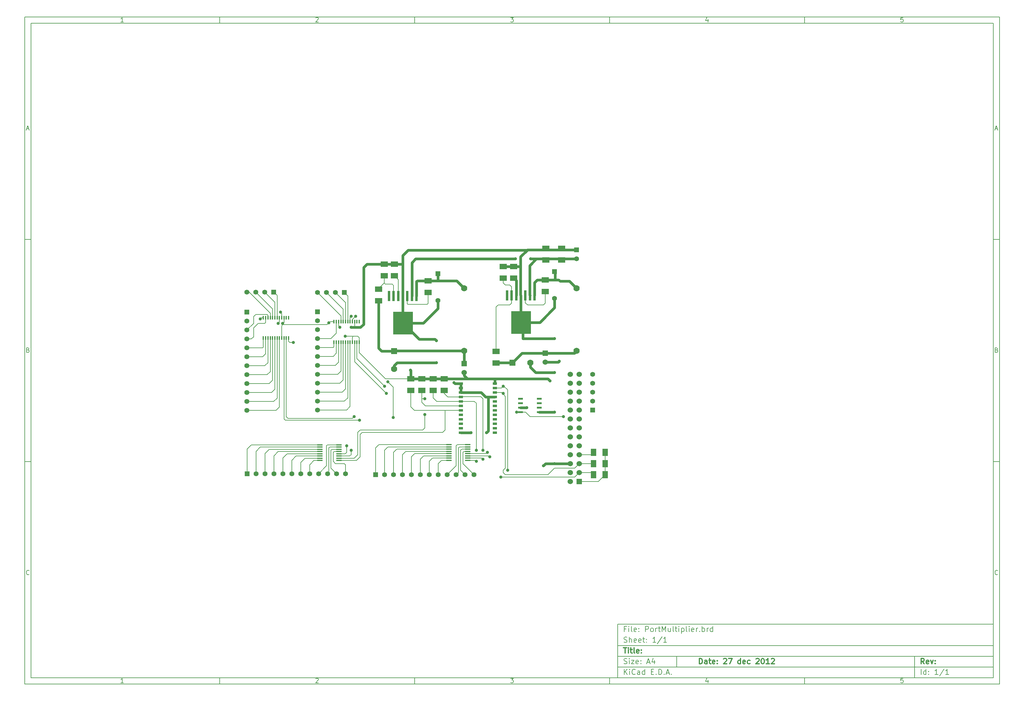
<source format=gtl>
G04 (created by PCBNEW-RS274X (2012-apr-16-27)-stable) date Thu 27 Dec 2012 11:36:06 GMT*
G01*
G70*
G90*
%MOIN*%
G04 Gerber Fmt 3.4, Leading zero omitted, Abs format*
%FSLAX34Y34*%
G04 APERTURE LIST*
%ADD10C,0.006000*%
%ADD11C,0.012000*%
%ADD12R,0.029500X0.118100*%
%ADD13R,0.220500X0.252000*%
%ADD14R,0.055100X0.023600*%
%ADD15R,0.050000X0.030000*%
%ADD16R,0.080000X0.060000*%
%ADD17R,0.060000X0.080000*%
%ADD18R,0.055000X0.055000*%
%ADD19C,0.055000*%
%ADD20C,0.070000*%
%ADD21R,0.060000X0.060000*%
%ADD22C,0.060000*%
%ADD23R,0.012000X0.039000*%
%ADD24R,0.059000X0.017700*%
%ADD25R,0.070000X0.070000*%
%ADD26C,0.035000*%
%ADD27C,0.029500*%
%ADD28C,0.008000*%
G04 APERTURE END LIST*
G54D10*
X04000Y-04000D02*
X113000Y-04000D01*
X113000Y-78670D01*
X04000Y-78670D01*
X04000Y-04000D01*
X04700Y-04700D02*
X112300Y-04700D01*
X112300Y-77970D01*
X04700Y-77970D01*
X04700Y-04700D01*
X25800Y-04000D02*
X25800Y-04700D01*
X15043Y-04552D02*
X14757Y-04552D01*
X14900Y-04552D02*
X14900Y-04052D01*
X14852Y-04124D01*
X14805Y-04171D01*
X14757Y-04195D01*
X25800Y-78670D02*
X25800Y-77970D01*
X15043Y-78522D02*
X14757Y-78522D01*
X14900Y-78522D02*
X14900Y-78022D01*
X14852Y-78094D01*
X14805Y-78141D01*
X14757Y-78165D01*
X47600Y-04000D02*
X47600Y-04700D01*
X36557Y-04100D02*
X36581Y-04076D01*
X36629Y-04052D01*
X36748Y-04052D01*
X36795Y-04076D01*
X36819Y-04100D01*
X36843Y-04148D01*
X36843Y-04195D01*
X36819Y-04267D01*
X36533Y-04552D01*
X36843Y-04552D01*
X47600Y-78670D02*
X47600Y-77970D01*
X36557Y-78070D02*
X36581Y-78046D01*
X36629Y-78022D01*
X36748Y-78022D01*
X36795Y-78046D01*
X36819Y-78070D01*
X36843Y-78118D01*
X36843Y-78165D01*
X36819Y-78237D01*
X36533Y-78522D01*
X36843Y-78522D01*
X69400Y-04000D02*
X69400Y-04700D01*
X58333Y-04052D02*
X58643Y-04052D01*
X58476Y-04243D01*
X58548Y-04243D01*
X58595Y-04267D01*
X58619Y-04290D01*
X58643Y-04338D01*
X58643Y-04457D01*
X58619Y-04505D01*
X58595Y-04529D01*
X58548Y-04552D01*
X58405Y-04552D01*
X58357Y-04529D01*
X58333Y-04505D01*
X69400Y-78670D02*
X69400Y-77970D01*
X58333Y-78022D02*
X58643Y-78022D01*
X58476Y-78213D01*
X58548Y-78213D01*
X58595Y-78237D01*
X58619Y-78260D01*
X58643Y-78308D01*
X58643Y-78427D01*
X58619Y-78475D01*
X58595Y-78499D01*
X58548Y-78522D01*
X58405Y-78522D01*
X58357Y-78499D01*
X58333Y-78475D01*
X91200Y-04000D02*
X91200Y-04700D01*
X80395Y-04219D02*
X80395Y-04552D01*
X80276Y-04029D02*
X80157Y-04386D01*
X80467Y-04386D01*
X91200Y-78670D02*
X91200Y-77970D01*
X80395Y-78189D02*
X80395Y-78522D01*
X80276Y-77999D02*
X80157Y-78356D01*
X80467Y-78356D01*
X102219Y-04052D02*
X101981Y-04052D01*
X101957Y-04290D01*
X101981Y-04267D01*
X102029Y-04243D01*
X102148Y-04243D01*
X102195Y-04267D01*
X102219Y-04290D01*
X102243Y-04338D01*
X102243Y-04457D01*
X102219Y-04505D01*
X102195Y-04529D01*
X102148Y-04552D01*
X102029Y-04552D01*
X101981Y-04529D01*
X101957Y-04505D01*
X102219Y-78022D02*
X101981Y-78022D01*
X101957Y-78260D01*
X101981Y-78237D01*
X102029Y-78213D01*
X102148Y-78213D01*
X102195Y-78237D01*
X102219Y-78260D01*
X102243Y-78308D01*
X102243Y-78427D01*
X102219Y-78475D01*
X102195Y-78499D01*
X102148Y-78522D01*
X102029Y-78522D01*
X101981Y-78499D01*
X101957Y-78475D01*
X04000Y-28890D02*
X04700Y-28890D01*
X04231Y-16510D02*
X04469Y-16510D01*
X04184Y-16652D02*
X04350Y-16152D01*
X04517Y-16652D01*
X113000Y-28890D02*
X112300Y-28890D01*
X112531Y-16510D02*
X112769Y-16510D01*
X112484Y-16652D02*
X112650Y-16152D01*
X112817Y-16652D01*
X04000Y-53780D02*
X04700Y-53780D01*
X04386Y-41280D02*
X04457Y-41304D01*
X04481Y-41328D01*
X04505Y-41376D01*
X04505Y-41447D01*
X04481Y-41495D01*
X04457Y-41519D01*
X04410Y-41542D01*
X04219Y-41542D01*
X04219Y-41042D01*
X04386Y-41042D01*
X04433Y-41066D01*
X04457Y-41090D01*
X04481Y-41138D01*
X04481Y-41185D01*
X04457Y-41233D01*
X04433Y-41257D01*
X04386Y-41280D01*
X04219Y-41280D01*
X113000Y-53780D02*
X112300Y-53780D01*
X112686Y-41280D02*
X112757Y-41304D01*
X112781Y-41328D01*
X112805Y-41376D01*
X112805Y-41447D01*
X112781Y-41495D01*
X112757Y-41519D01*
X112710Y-41542D01*
X112519Y-41542D01*
X112519Y-41042D01*
X112686Y-41042D01*
X112733Y-41066D01*
X112757Y-41090D01*
X112781Y-41138D01*
X112781Y-41185D01*
X112757Y-41233D01*
X112733Y-41257D01*
X112686Y-41280D01*
X112519Y-41280D01*
X04505Y-66385D02*
X04481Y-66409D01*
X04410Y-66432D01*
X04362Y-66432D01*
X04290Y-66409D01*
X04243Y-66361D01*
X04219Y-66313D01*
X04195Y-66218D01*
X04195Y-66147D01*
X04219Y-66051D01*
X04243Y-66004D01*
X04290Y-65956D01*
X04362Y-65932D01*
X04410Y-65932D01*
X04481Y-65956D01*
X04505Y-65980D01*
X112805Y-66385D02*
X112781Y-66409D01*
X112710Y-66432D01*
X112662Y-66432D01*
X112590Y-66409D01*
X112543Y-66361D01*
X112519Y-66313D01*
X112495Y-66218D01*
X112495Y-66147D01*
X112519Y-66051D01*
X112543Y-66004D01*
X112590Y-65956D01*
X112662Y-65932D01*
X112710Y-65932D01*
X112781Y-65956D01*
X112805Y-65980D01*
G54D11*
X79443Y-76413D02*
X79443Y-75813D01*
X79586Y-75813D01*
X79671Y-75841D01*
X79729Y-75899D01*
X79757Y-75956D01*
X79786Y-76070D01*
X79786Y-76156D01*
X79757Y-76270D01*
X79729Y-76327D01*
X79671Y-76384D01*
X79586Y-76413D01*
X79443Y-76413D01*
X80300Y-76413D02*
X80300Y-76099D01*
X80271Y-76041D01*
X80214Y-76013D01*
X80100Y-76013D01*
X80043Y-76041D01*
X80300Y-76384D02*
X80243Y-76413D01*
X80100Y-76413D01*
X80043Y-76384D01*
X80014Y-76327D01*
X80014Y-76270D01*
X80043Y-76213D01*
X80100Y-76184D01*
X80243Y-76184D01*
X80300Y-76156D01*
X80500Y-76013D02*
X80729Y-76013D01*
X80586Y-75813D02*
X80586Y-76327D01*
X80614Y-76384D01*
X80672Y-76413D01*
X80729Y-76413D01*
X81157Y-76384D02*
X81100Y-76413D01*
X80986Y-76413D01*
X80929Y-76384D01*
X80900Y-76327D01*
X80900Y-76099D01*
X80929Y-76041D01*
X80986Y-76013D01*
X81100Y-76013D01*
X81157Y-76041D01*
X81186Y-76099D01*
X81186Y-76156D01*
X80900Y-76213D01*
X81443Y-76356D02*
X81471Y-76384D01*
X81443Y-76413D01*
X81414Y-76384D01*
X81443Y-76356D01*
X81443Y-76413D01*
X81443Y-76041D02*
X81471Y-76070D01*
X81443Y-76099D01*
X81414Y-76070D01*
X81443Y-76041D01*
X81443Y-76099D01*
X82157Y-75870D02*
X82186Y-75841D01*
X82243Y-75813D01*
X82386Y-75813D01*
X82443Y-75841D01*
X82472Y-75870D01*
X82500Y-75927D01*
X82500Y-75984D01*
X82472Y-76070D01*
X82129Y-76413D01*
X82500Y-76413D01*
X82700Y-75813D02*
X83100Y-75813D01*
X82843Y-76413D01*
X84042Y-76413D02*
X84042Y-75813D01*
X84042Y-76384D02*
X83985Y-76413D01*
X83871Y-76413D01*
X83813Y-76384D01*
X83785Y-76356D01*
X83756Y-76299D01*
X83756Y-76127D01*
X83785Y-76070D01*
X83813Y-76041D01*
X83871Y-76013D01*
X83985Y-76013D01*
X84042Y-76041D01*
X84556Y-76384D02*
X84499Y-76413D01*
X84385Y-76413D01*
X84328Y-76384D01*
X84299Y-76327D01*
X84299Y-76099D01*
X84328Y-76041D01*
X84385Y-76013D01*
X84499Y-76013D01*
X84556Y-76041D01*
X84585Y-76099D01*
X84585Y-76156D01*
X84299Y-76213D01*
X85099Y-76384D02*
X85042Y-76413D01*
X84928Y-76413D01*
X84870Y-76384D01*
X84842Y-76356D01*
X84813Y-76299D01*
X84813Y-76127D01*
X84842Y-76070D01*
X84870Y-76041D01*
X84928Y-76013D01*
X85042Y-76013D01*
X85099Y-76041D01*
X85784Y-75870D02*
X85813Y-75841D01*
X85870Y-75813D01*
X86013Y-75813D01*
X86070Y-75841D01*
X86099Y-75870D01*
X86127Y-75927D01*
X86127Y-75984D01*
X86099Y-76070D01*
X85756Y-76413D01*
X86127Y-76413D01*
X86498Y-75813D02*
X86555Y-75813D01*
X86612Y-75841D01*
X86641Y-75870D01*
X86670Y-75927D01*
X86698Y-76041D01*
X86698Y-76184D01*
X86670Y-76299D01*
X86641Y-76356D01*
X86612Y-76384D01*
X86555Y-76413D01*
X86498Y-76413D01*
X86441Y-76384D01*
X86412Y-76356D01*
X86384Y-76299D01*
X86355Y-76184D01*
X86355Y-76041D01*
X86384Y-75927D01*
X86412Y-75870D01*
X86441Y-75841D01*
X86498Y-75813D01*
X87269Y-76413D02*
X86926Y-76413D01*
X87098Y-76413D02*
X87098Y-75813D01*
X87041Y-75899D01*
X86983Y-75956D01*
X86926Y-75984D01*
X87497Y-75870D02*
X87526Y-75841D01*
X87583Y-75813D01*
X87726Y-75813D01*
X87783Y-75841D01*
X87812Y-75870D01*
X87840Y-75927D01*
X87840Y-75984D01*
X87812Y-76070D01*
X87469Y-76413D01*
X87840Y-76413D01*
G54D10*
X71043Y-77613D02*
X71043Y-77013D01*
X71386Y-77613D02*
X71129Y-77270D01*
X71386Y-77013D02*
X71043Y-77356D01*
X71643Y-77613D02*
X71643Y-77213D01*
X71643Y-77013D02*
X71614Y-77041D01*
X71643Y-77070D01*
X71671Y-77041D01*
X71643Y-77013D01*
X71643Y-77070D01*
X72272Y-77556D02*
X72243Y-77584D01*
X72157Y-77613D01*
X72100Y-77613D01*
X72015Y-77584D01*
X71957Y-77527D01*
X71929Y-77470D01*
X71900Y-77356D01*
X71900Y-77270D01*
X71929Y-77156D01*
X71957Y-77099D01*
X72015Y-77041D01*
X72100Y-77013D01*
X72157Y-77013D01*
X72243Y-77041D01*
X72272Y-77070D01*
X72786Y-77613D02*
X72786Y-77299D01*
X72757Y-77241D01*
X72700Y-77213D01*
X72586Y-77213D01*
X72529Y-77241D01*
X72786Y-77584D02*
X72729Y-77613D01*
X72586Y-77613D01*
X72529Y-77584D01*
X72500Y-77527D01*
X72500Y-77470D01*
X72529Y-77413D01*
X72586Y-77384D01*
X72729Y-77384D01*
X72786Y-77356D01*
X73329Y-77613D02*
X73329Y-77013D01*
X73329Y-77584D02*
X73272Y-77613D01*
X73158Y-77613D01*
X73100Y-77584D01*
X73072Y-77556D01*
X73043Y-77499D01*
X73043Y-77327D01*
X73072Y-77270D01*
X73100Y-77241D01*
X73158Y-77213D01*
X73272Y-77213D01*
X73329Y-77241D01*
X74072Y-77299D02*
X74272Y-77299D01*
X74358Y-77613D02*
X74072Y-77613D01*
X74072Y-77013D01*
X74358Y-77013D01*
X74615Y-77556D02*
X74643Y-77584D01*
X74615Y-77613D01*
X74586Y-77584D01*
X74615Y-77556D01*
X74615Y-77613D01*
X74901Y-77613D02*
X74901Y-77013D01*
X75044Y-77013D01*
X75129Y-77041D01*
X75187Y-77099D01*
X75215Y-77156D01*
X75244Y-77270D01*
X75244Y-77356D01*
X75215Y-77470D01*
X75187Y-77527D01*
X75129Y-77584D01*
X75044Y-77613D01*
X74901Y-77613D01*
X75501Y-77556D02*
X75529Y-77584D01*
X75501Y-77613D01*
X75472Y-77584D01*
X75501Y-77556D01*
X75501Y-77613D01*
X75758Y-77441D02*
X76044Y-77441D01*
X75701Y-77613D02*
X75901Y-77013D01*
X76101Y-77613D01*
X76301Y-77556D02*
X76329Y-77584D01*
X76301Y-77613D01*
X76272Y-77584D01*
X76301Y-77556D01*
X76301Y-77613D01*
G54D11*
X104586Y-76413D02*
X104386Y-76127D01*
X104243Y-76413D02*
X104243Y-75813D01*
X104471Y-75813D01*
X104529Y-75841D01*
X104557Y-75870D01*
X104586Y-75927D01*
X104586Y-76013D01*
X104557Y-76070D01*
X104529Y-76099D01*
X104471Y-76127D01*
X104243Y-76127D01*
X105071Y-76384D02*
X105014Y-76413D01*
X104900Y-76413D01*
X104843Y-76384D01*
X104814Y-76327D01*
X104814Y-76099D01*
X104843Y-76041D01*
X104900Y-76013D01*
X105014Y-76013D01*
X105071Y-76041D01*
X105100Y-76099D01*
X105100Y-76156D01*
X104814Y-76213D01*
X105300Y-76013D02*
X105443Y-76413D01*
X105585Y-76013D01*
X105814Y-76356D02*
X105842Y-76384D01*
X105814Y-76413D01*
X105785Y-76384D01*
X105814Y-76356D01*
X105814Y-76413D01*
X105814Y-76041D02*
X105842Y-76070D01*
X105814Y-76099D01*
X105785Y-76070D01*
X105814Y-76041D01*
X105814Y-76099D01*
G54D10*
X71014Y-76384D02*
X71100Y-76413D01*
X71243Y-76413D01*
X71300Y-76384D01*
X71329Y-76356D01*
X71357Y-76299D01*
X71357Y-76241D01*
X71329Y-76184D01*
X71300Y-76156D01*
X71243Y-76127D01*
X71129Y-76099D01*
X71071Y-76070D01*
X71043Y-76041D01*
X71014Y-75984D01*
X71014Y-75927D01*
X71043Y-75870D01*
X71071Y-75841D01*
X71129Y-75813D01*
X71271Y-75813D01*
X71357Y-75841D01*
X71614Y-76413D02*
X71614Y-76013D01*
X71614Y-75813D02*
X71585Y-75841D01*
X71614Y-75870D01*
X71642Y-75841D01*
X71614Y-75813D01*
X71614Y-75870D01*
X71843Y-76013D02*
X72157Y-76013D01*
X71843Y-76413D01*
X72157Y-76413D01*
X72614Y-76384D02*
X72557Y-76413D01*
X72443Y-76413D01*
X72386Y-76384D01*
X72357Y-76327D01*
X72357Y-76099D01*
X72386Y-76041D01*
X72443Y-76013D01*
X72557Y-76013D01*
X72614Y-76041D01*
X72643Y-76099D01*
X72643Y-76156D01*
X72357Y-76213D01*
X72900Y-76356D02*
X72928Y-76384D01*
X72900Y-76413D01*
X72871Y-76384D01*
X72900Y-76356D01*
X72900Y-76413D01*
X72900Y-76041D02*
X72928Y-76070D01*
X72900Y-76099D01*
X72871Y-76070D01*
X72900Y-76041D01*
X72900Y-76099D01*
X73614Y-76241D02*
X73900Y-76241D01*
X73557Y-76413D02*
X73757Y-75813D01*
X73957Y-76413D01*
X74414Y-76013D02*
X74414Y-76413D01*
X74271Y-75784D02*
X74128Y-76213D01*
X74500Y-76213D01*
X104243Y-77613D02*
X104243Y-77013D01*
X104786Y-77613D02*
X104786Y-77013D01*
X104786Y-77584D02*
X104729Y-77613D01*
X104615Y-77613D01*
X104557Y-77584D01*
X104529Y-77556D01*
X104500Y-77499D01*
X104500Y-77327D01*
X104529Y-77270D01*
X104557Y-77241D01*
X104615Y-77213D01*
X104729Y-77213D01*
X104786Y-77241D01*
X105072Y-77556D02*
X105100Y-77584D01*
X105072Y-77613D01*
X105043Y-77584D01*
X105072Y-77556D01*
X105072Y-77613D01*
X105072Y-77241D02*
X105100Y-77270D01*
X105072Y-77299D01*
X105043Y-77270D01*
X105072Y-77241D01*
X105072Y-77299D01*
X106129Y-77613D02*
X105786Y-77613D01*
X105958Y-77613D02*
X105958Y-77013D01*
X105901Y-77099D01*
X105843Y-77156D01*
X105786Y-77184D01*
X106814Y-76984D02*
X106300Y-77756D01*
X107329Y-77613D02*
X106986Y-77613D01*
X107158Y-77613D02*
X107158Y-77013D01*
X107101Y-77099D01*
X107043Y-77156D01*
X106986Y-77184D01*
G54D11*
X70957Y-74613D02*
X71300Y-74613D01*
X71129Y-75213D02*
X71129Y-74613D01*
X71500Y-75213D02*
X71500Y-74813D01*
X71500Y-74613D02*
X71471Y-74641D01*
X71500Y-74670D01*
X71528Y-74641D01*
X71500Y-74613D01*
X71500Y-74670D01*
X71700Y-74813D02*
X71929Y-74813D01*
X71786Y-74613D02*
X71786Y-75127D01*
X71814Y-75184D01*
X71872Y-75213D01*
X71929Y-75213D01*
X72215Y-75213D02*
X72157Y-75184D01*
X72129Y-75127D01*
X72129Y-74613D01*
X72671Y-75184D02*
X72614Y-75213D01*
X72500Y-75213D01*
X72443Y-75184D01*
X72414Y-75127D01*
X72414Y-74899D01*
X72443Y-74841D01*
X72500Y-74813D01*
X72614Y-74813D01*
X72671Y-74841D01*
X72700Y-74899D01*
X72700Y-74956D01*
X72414Y-75013D01*
X72957Y-75156D02*
X72985Y-75184D01*
X72957Y-75213D01*
X72928Y-75184D01*
X72957Y-75156D01*
X72957Y-75213D01*
X72957Y-74841D02*
X72985Y-74870D01*
X72957Y-74899D01*
X72928Y-74870D01*
X72957Y-74841D01*
X72957Y-74899D01*
G54D10*
X71243Y-72499D02*
X71043Y-72499D01*
X71043Y-72813D02*
X71043Y-72213D01*
X71329Y-72213D01*
X71557Y-72813D02*
X71557Y-72413D01*
X71557Y-72213D02*
X71528Y-72241D01*
X71557Y-72270D01*
X71585Y-72241D01*
X71557Y-72213D01*
X71557Y-72270D01*
X71929Y-72813D02*
X71871Y-72784D01*
X71843Y-72727D01*
X71843Y-72213D01*
X72385Y-72784D02*
X72328Y-72813D01*
X72214Y-72813D01*
X72157Y-72784D01*
X72128Y-72727D01*
X72128Y-72499D01*
X72157Y-72441D01*
X72214Y-72413D01*
X72328Y-72413D01*
X72385Y-72441D01*
X72414Y-72499D01*
X72414Y-72556D01*
X72128Y-72613D01*
X72671Y-72756D02*
X72699Y-72784D01*
X72671Y-72813D01*
X72642Y-72784D01*
X72671Y-72756D01*
X72671Y-72813D01*
X72671Y-72441D02*
X72699Y-72470D01*
X72671Y-72499D01*
X72642Y-72470D01*
X72671Y-72441D01*
X72671Y-72499D01*
X73414Y-72813D02*
X73414Y-72213D01*
X73642Y-72213D01*
X73700Y-72241D01*
X73728Y-72270D01*
X73757Y-72327D01*
X73757Y-72413D01*
X73728Y-72470D01*
X73700Y-72499D01*
X73642Y-72527D01*
X73414Y-72527D01*
X74100Y-72813D02*
X74042Y-72784D01*
X74014Y-72756D01*
X73985Y-72699D01*
X73985Y-72527D01*
X74014Y-72470D01*
X74042Y-72441D01*
X74100Y-72413D01*
X74185Y-72413D01*
X74242Y-72441D01*
X74271Y-72470D01*
X74300Y-72527D01*
X74300Y-72699D01*
X74271Y-72756D01*
X74242Y-72784D01*
X74185Y-72813D01*
X74100Y-72813D01*
X74557Y-72813D02*
X74557Y-72413D01*
X74557Y-72527D02*
X74585Y-72470D01*
X74614Y-72441D01*
X74671Y-72413D01*
X74728Y-72413D01*
X74842Y-72413D02*
X75071Y-72413D01*
X74928Y-72213D02*
X74928Y-72727D01*
X74956Y-72784D01*
X75014Y-72813D01*
X75071Y-72813D01*
X75271Y-72813D02*
X75271Y-72213D01*
X75471Y-72641D01*
X75671Y-72213D01*
X75671Y-72813D01*
X76214Y-72413D02*
X76214Y-72813D01*
X75957Y-72413D02*
X75957Y-72727D01*
X75985Y-72784D01*
X76043Y-72813D01*
X76128Y-72813D01*
X76185Y-72784D01*
X76214Y-72756D01*
X76586Y-72813D02*
X76528Y-72784D01*
X76500Y-72727D01*
X76500Y-72213D01*
X76728Y-72413D02*
X76957Y-72413D01*
X76814Y-72213D02*
X76814Y-72727D01*
X76842Y-72784D01*
X76900Y-72813D01*
X76957Y-72813D01*
X77157Y-72813D02*
X77157Y-72413D01*
X77157Y-72213D02*
X77128Y-72241D01*
X77157Y-72270D01*
X77185Y-72241D01*
X77157Y-72213D01*
X77157Y-72270D01*
X77443Y-72413D02*
X77443Y-73013D01*
X77443Y-72441D02*
X77500Y-72413D01*
X77614Y-72413D01*
X77671Y-72441D01*
X77700Y-72470D01*
X77729Y-72527D01*
X77729Y-72699D01*
X77700Y-72756D01*
X77671Y-72784D01*
X77614Y-72813D01*
X77500Y-72813D01*
X77443Y-72784D01*
X78072Y-72813D02*
X78014Y-72784D01*
X77986Y-72727D01*
X77986Y-72213D01*
X78300Y-72813D02*
X78300Y-72413D01*
X78300Y-72213D02*
X78271Y-72241D01*
X78300Y-72270D01*
X78328Y-72241D01*
X78300Y-72213D01*
X78300Y-72270D01*
X78814Y-72784D02*
X78757Y-72813D01*
X78643Y-72813D01*
X78586Y-72784D01*
X78557Y-72727D01*
X78557Y-72499D01*
X78586Y-72441D01*
X78643Y-72413D01*
X78757Y-72413D01*
X78814Y-72441D01*
X78843Y-72499D01*
X78843Y-72556D01*
X78557Y-72613D01*
X79100Y-72813D02*
X79100Y-72413D01*
X79100Y-72527D02*
X79128Y-72470D01*
X79157Y-72441D01*
X79214Y-72413D01*
X79271Y-72413D01*
X79471Y-72756D02*
X79499Y-72784D01*
X79471Y-72813D01*
X79442Y-72784D01*
X79471Y-72756D01*
X79471Y-72813D01*
X79757Y-72813D02*
X79757Y-72213D01*
X79757Y-72441D02*
X79814Y-72413D01*
X79928Y-72413D01*
X79985Y-72441D01*
X80014Y-72470D01*
X80043Y-72527D01*
X80043Y-72699D01*
X80014Y-72756D01*
X79985Y-72784D01*
X79928Y-72813D01*
X79814Y-72813D01*
X79757Y-72784D01*
X80300Y-72813D02*
X80300Y-72413D01*
X80300Y-72527D02*
X80328Y-72470D01*
X80357Y-72441D01*
X80414Y-72413D01*
X80471Y-72413D01*
X80928Y-72813D02*
X80928Y-72213D01*
X80928Y-72784D02*
X80871Y-72813D01*
X80757Y-72813D01*
X80699Y-72784D01*
X80671Y-72756D01*
X80642Y-72699D01*
X80642Y-72527D01*
X80671Y-72470D01*
X80699Y-72441D01*
X80757Y-72413D01*
X80871Y-72413D01*
X80928Y-72441D01*
X71014Y-73984D02*
X71100Y-74013D01*
X71243Y-74013D01*
X71300Y-73984D01*
X71329Y-73956D01*
X71357Y-73899D01*
X71357Y-73841D01*
X71329Y-73784D01*
X71300Y-73756D01*
X71243Y-73727D01*
X71129Y-73699D01*
X71071Y-73670D01*
X71043Y-73641D01*
X71014Y-73584D01*
X71014Y-73527D01*
X71043Y-73470D01*
X71071Y-73441D01*
X71129Y-73413D01*
X71271Y-73413D01*
X71357Y-73441D01*
X71614Y-74013D02*
X71614Y-73413D01*
X71871Y-74013D02*
X71871Y-73699D01*
X71842Y-73641D01*
X71785Y-73613D01*
X71700Y-73613D01*
X71642Y-73641D01*
X71614Y-73670D01*
X72385Y-73984D02*
X72328Y-74013D01*
X72214Y-74013D01*
X72157Y-73984D01*
X72128Y-73927D01*
X72128Y-73699D01*
X72157Y-73641D01*
X72214Y-73613D01*
X72328Y-73613D01*
X72385Y-73641D01*
X72414Y-73699D01*
X72414Y-73756D01*
X72128Y-73813D01*
X72899Y-73984D02*
X72842Y-74013D01*
X72728Y-74013D01*
X72671Y-73984D01*
X72642Y-73927D01*
X72642Y-73699D01*
X72671Y-73641D01*
X72728Y-73613D01*
X72842Y-73613D01*
X72899Y-73641D01*
X72928Y-73699D01*
X72928Y-73756D01*
X72642Y-73813D01*
X73099Y-73613D02*
X73328Y-73613D01*
X73185Y-73413D02*
X73185Y-73927D01*
X73213Y-73984D01*
X73271Y-74013D01*
X73328Y-74013D01*
X73528Y-73956D02*
X73556Y-73984D01*
X73528Y-74013D01*
X73499Y-73984D01*
X73528Y-73956D01*
X73528Y-74013D01*
X73528Y-73641D02*
X73556Y-73670D01*
X73528Y-73699D01*
X73499Y-73670D01*
X73528Y-73641D01*
X73528Y-73699D01*
X74585Y-74013D02*
X74242Y-74013D01*
X74414Y-74013D02*
X74414Y-73413D01*
X74357Y-73499D01*
X74299Y-73556D01*
X74242Y-73584D01*
X75270Y-73384D02*
X74756Y-74156D01*
X75785Y-74013D02*
X75442Y-74013D01*
X75614Y-74013D02*
X75614Y-73413D01*
X75557Y-73499D01*
X75499Y-73556D01*
X75442Y-73584D01*
X70300Y-71970D02*
X70300Y-77970D01*
X70300Y-71970D02*
X112300Y-71970D01*
X70300Y-71970D02*
X112300Y-71970D01*
X70300Y-74370D02*
X112300Y-74370D01*
X103500Y-75570D02*
X103500Y-77970D01*
X70300Y-76770D02*
X112300Y-76770D01*
X70300Y-75570D02*
X112300Y-75570D01*
X76900Y-75570D02*
X76900Y-76770D01*
G54D12*
X57943Y-35169D03*
X58967Y-35169D03*
X58455Y-35169D03*
X59990Y-35169D03*
X59478Y-35169D03*
X60502Y-35169D03*
X61014Y-35169D03*
G54D13*
X59518Y-38201D03*
G54D12*
X44743Y-35244D03*
X45767Y-35244D03*
X45255Y-35244D03*
X46790Y-35244D03*
X46278Y-35244D03*
X47302Y-35244D03*
X47814Y-35244D03*
G54D13*
X46318Y-38276D03*
G54D14*
X61550Y-46750D03*
X59450Y-46750D03*
X61550Y-47250D03*
X61550Y-47750D03*
X61550Y-48250D03*
X59450Y-47250D03*
X59450Y-47750D03*
X59450Y-48250D03*
G54D15*
X52765Y-45036D03*
X52765Y-45536D03*
X52765Y-46036D03*
X52765Y-46536D03*
X52765Y-47036D03*
X52765Y-47536D03*
X52765Y-48036D03*
X52765Y-48536D03*
X52765Y-49036D03*
X52765Y-49536D03*
X52765Y-50036D03*
X52765Y-50536D03*
X56565Y-45036D03*
X56565Y-45536D03*
X56565Y-46036D03*
X56565Y-46536D03*
X56565Y-47036D03*
X56565Y-47536D03*
X56565Y-48036D03*
X56565Y-48536D03*
X56565Y-49036D03*
X56565Y-49536D03*
X56565Y-50036D03*
X56565Y-50536D03*
G54D16*
X62275Y-31200D03*
X62275Y-29900D03*
X43575Y-35775D03*
X43575Y-34475D03*
X64050Y-31200D03*
X64050Y-29900D03*
X57525Y-33225D03*
X57525Y-31925D03*
X56725Y-42725D03*
X56725Y-41425D03*
X45350Y-31675D03*
X45350Y-32975D03*
G54D17*
X68900Y-52750D03*
X67600Y-52750D03*
G54D16*
X50923Y-44494D03*
X50923Y-45794D03*
X49673Y-44494D03*
X49673Y-45794D03*
X48423Y-45794D03*
X48423Y-44494D03*
X47173Y-45794D03*
X47173Y-44494D03*
X44200Y-32975D03*
X44200Y-31675D03*
X58675Y-31925D03*
X58675Y-33225D03*
G54D17*
X68900Y-55250D03*
X67600Y-55250D03*
G54D16*
X62225Y-34725D03*
X62225Y-33425D03*
X49100Y-34825D03*
X49100Y-33525D03*
G54D17*
X68900Y-54000D03*
X67600Y-54000D03*
G54D18*
X67500Y-48000D03*
G54D19*
X67500Y-47000D03*
X67500Y-46000D03*
X67500Y-45000D03*
X67500Y-44000D03*
G54D18*
X39750Y-34850D03*
G54D19*
X38750Y-34850D03*
X37750Y-34850D03*
X36750Y-34850D03*
G54D18*
X31850Y-34800D03*
G54D19*
X30850Y-34800D03*
X29850Y-34800D03*
X28850Y-34800D03*
G54D18*
X65725Y-30075D03*
G54D19*
X65725Y-31075D03*
G54D18*
X28850Y-37050D03*
G54D19*
X28850Y-38050D03*
X28850Y-39050D03*
X28850Y-40050D03*
X28850Y-41050D03*
X28850Y-42050D03*
X28850Y-43050D03*
X28850Y-44050D03*
X28850Y-45050D03*
X28850Y-46050D03*
X28850Y-47050D03*
X28850Y-48050D03*
G54D18*
X36750Y-37000D03*
G54D19*
X36750Y-38000D03*
X36750Y-39000D03*
X36750Y-40000D03*
X36750Y-41000D03*
X36750Y-42000D03*
X36750Y-43000D03*
X36750Y-44000D03*
X36750Y-45000D03*
X36750Y-46000D03*
X36750Y-47000D03*
X36750Y-48000D03*
G54D18*
X28875Y-55125D03*
G54D19*
X29875Y-55125D03*
X30875Y-55125D03*
X31875Y-55125D03*
X32875Y-55125D03*
X33875Y-55125D03*
X34875Y-55125D03*
X35875Y-55125D03*
X36875Y-55125D03*
X37875Y-55125D03*
X38875Y-55125D03*
X39875Y-55125D03*
G54D18*
X43250Y-55250D03*
G54D19*
X44250Y-55250D03*
X45250Y-55250D03*
X46250Y-55250D03*
X47250Y-55250D03*
X48250Y-55250D03*
X49250Y-55250D03*
X50250Y-55250D03*
X51250Y-55250D03*
X52250Y-55250D03*
X53250Y-55250D03*
X54250Y-55250D03*
G54D20*
X53150Y-34375D03*
X53150Y-41375D03*
X65725Y-34375D03*
X65725Y-41375D03*
G54D21*
X66000Y-56000D03*
G54D22*
X65000Y-56000D03*
X66000Y-55000D03*
X65000Y-55000D03*
X66000Y-54000D03*
X65000Y-54000D03*
X66000Y-53000D03*
X65000Y-53000D03*
X66000Y-52000D03*
X65000Y-52000D03*
X66000Y-51000D03*
X65000Y-51000D03*
X66000Y-50000D03*
X65000Y-50000D03*
X66000Y-49000D03*
X65000Y-49000D03*
X66000Y-48000D03*
X65000Y-48000D03*
X66000Y-47000D03*
X65000Y-47000D03*
X66000Y-46000D03*
X65000Y-46000D03*
X66000Y-45000D03*
X65000Y-45000D03*
X66000Y-44000D03*
X65000Y-44000D03*
G54D23*
X33507Y-37652D03*
X33251Y-37652D03*
X32995Y-37652D03*
X32739Y-37652D03*
X32483Y-37652D03*
X32227Y-37652D03*
X31973Y-37652D03*
X31717Y-37652D03*
X31461Y-37652D03*
X31205Y-37652D03*
X30949Y-37652D03*
X30693Y-37652D03*
X30693Y-39948D03*
X30949Y-39948D03*
X31205Y-39948D03*
X31461Y-39948D03*
X31717Y-39948D03*
X31973Y-39948D03*
X32227Y-39948D03*
X32483Y-39948D03*
X32739Y-39948D03*
X32995Y-39948D03*
X33251Y-39948D03*
X33507Y-39948D03*
X41407Y-38102D03*
X41151Y-38102D03*
X40895Y-38102D03*
X40639Y-38102D03*
X40383Y-38102D03*
X40127Y-38102D03*
X39873Y-38102D03*
X39617Y-38102D03*
X39361Y-38102D03*
X39105Y-38102D03*
X38849Y-38102D03*
X38593Y-38102D03*
X38593Y-40398D03*
X38849Y-40398D03*
X39105Y-40398D03*
X39361Y-40398D03*
X39617Y-40398D03*
X39873Y-40398D03*
X40127Y-40398D03*
X40383Y-40398D03*
X40639Y-40398D03*
X40895Y-40398D03*
X41151Y-40398D03*
X41407Y-40398D03*
G54D24*
X37016Y-51900D03*
X37016Y-52150D03*
X37016Y-52400D03*
X37016Y-52650D03*
X37016Y-52900D03*
X37016Y-53150D03*
X37016Y-53400D03*
X37016Y-53650D03*
X39134Y-53650D03*
X39134Y-53400D03*
X39134Y-53150D03*
X39134Y-52900D03*
X39134Y-52650D03*
X39134Y-52400D03*
X39134Y-52150D03*
X39134Y-51900D03*
X51441Y-51875D03*
X51441Y-52125D03*
X51441Y-52375D03*
X51441Y-52625D03*
X51441Y-52875D03*
X51441Y-53125D03*
X51441Y-53375D03*
X51441Y-53625D03*
X53559Y-53625D03*
X53559Y-53375D03*
X53559Y-53125D03*
X53559Y-52875D03*
X53559Y-52625D03*
X53559Y-52375D03*
X53559Y-52125D03*
X53559Y-51875D03*
G54D21*
X62205Y-41626D03*
G54D22*
X62205Y-42626D03*
G54D21*
X53150Y-42807D03*
G54D22*
X53150Y-43807D03*
G54D25*
X58550Y-42700D03*
G54D20*
X60550Y-42700D03*
G54D25*
X45300Y-41400D03*
G54D20*
X45300Y-43400D03*
G54D18*
X63250Y-32500D03*
G54D19*
X63250Y-35500D03*
G54D18*
X50200Y-32750D03*
G54D19*
X50200Y-35750D03*
G54D26*
X62000Y-54250D03*
X30350Y-37800D03*
X50050Y-42700D03*
X63250Y-43800D03*
X40500Y-52500D03*
X59750Y-37450D03*
X52006Y-44947D03*
X40500Y-38750D03*
X38000Y-38250D03*
X55650Y-50550D03*
X63250Y-48250D03*
X46300Y-37675D03*
X56000Y-53250D03*
X32850Y-38300D03*
X63250Y-54000D03*
X50037Y-40222D03*
X53900Y-50550D03*
X63250Y-40000D03*
X34050Y-40450D03*
X62750Y-44750D03*
X55750Y-52750D03*
X47150Y-43550D03*
X60150Y-47750D03*
X40000Y-52000D03*
X39850Y-39750D03*
X63780Y-42520D03*
X41450Y-49150D03*
X57518Y-46128D03*
X44450Y-46150D03*
X44250Y-45350D03*
X40850Y-48750D03*
X58000Y-54750D03*
X57518Y-45341D03*
X57250Y-55500D03*
X54500Y-53750D03*
X54500Y-52500D03*
X59000Y-48250D03*
X64250Y-48750D03*
X45200Y-48850D03*
X44600Y-44850D03*
X48750Y-48500D03*
X48750Y-46750D03*
X32600Y-37050D03*
X32350Y-38300D03*
X41000Y-37500D03*
X40500Y-37500D03*
X39250Y-38750D03*
X55250Y-52500D03*
X55250Y-53500D03*
X60575Y-31075D03*
X58875Y-31075D03*
G54D27*
X61599Y-38201D02*
X59518Y-38201D01*
X63250Y-36550D02*
X61599Y-38201D01*
X60550Y-43200D02*
X61150Y-43800D01*
X45650Y-42700D02*
X50050Y-42700D01*
X45300Y-43050D02*
X45650Y-42700D01*
X60550Y-42700D02*
X60550Y-43200D01*
X61150Y-43800D02*
X63250Y-43800D01*
X48117Y-40075D02*
X46318Y-38276D01*
G54D28*
X46275Y-31675D02*
X46278Y-31675D01*
G54D27*
X59518Y-37682D02*
X59518Y-38201D01*
X59750Y-37450D02*
X59518Y-37682D01*
X49175Y-40075D02*
X48117Y-40075D01*
X52765Y-46036D02*
X55036Y-46036D01*
X59478Y-38161D02*
X59518Y-38201D01*
G54D28*
X30693Y-37652D02*
X30498Y-37652D01*
X32850Y-38350D02*
X32950Y-38450D01*
X40350Y-53150D02*
X40500Y-53000D01*
G54D27*
X44200Y-31675D02*
X45350Y-31675D01*
G54D28*
X30498Y-37652D02*
X30350Y-37800D01*
G54D27*
X55036Y-46036D02*
X55536Y-46536D01*
G54D28*
X53559Y-53125D02*
X55875Y-53125D01*
G54D27*
X63250Y-54000D02*
X65000Y-54000D01*
G54D28*
X32995Y-38195D02*
X32995Y-37652D01*
G54D27*
X55850Y-46536D02*
X56565Y-46536D01*
X55536Y-46536D02*
X55850Y-46536D01*
G54D28*
X38000Y-38250D02*
X38148Y-38102D01*
G54D27*
X40895Y-38750D02*
X41550Y-38750D01*
X53886Y-50536D02*
X53900Y-50550D01*
G54D28*
X52006Y-44947D02*
X52095Y-45036D01*
G54D27*
X59453Y-31925D02*
X59453Y-31575D01*
G54D28*
X40895Y-38102D02*
X40895Y-38750D01*
G54D27*
X59453Y-35144D02*
X59478Y-35169D01*
X46278Y-31675D02*
X46278Y-30697D01*
X50200Y-35750D02*
X50200Y-36650D01*
X40895Y-38750D02*
X40500Y-38750D01*
X55650Y-50550D02*
X55850Y-50350D01*
X53886Y-50536D02*
X53900Y-50550D01*
X45350Y-31675D02*
X46278Y-31675D01*
X46278Y-35244D02*
X46278Y-31675D01*
X59453Y-31575D02*
X59453Y-30847D01*
X59725Y-38458D02*
X59493Y-38226D01*
X49890Y-40075D02*
X50037Y-40222D01*
G54D28*
X64400Y-30075D02*
X64998Y-30075D01*
G54D27*
X62250Y-54000D02*
X63250Y-54000D01*
X41900Y-38400D02*
X41900Y-32050D01*
X41900Y-32050D02*
X42275Y-31675D01*
G54D28*
X38148Y-38102D02*
X38593Y-38102D01*
X40500Y-53000D02*
X40500Y-52500D01*
G54D27*
X49175Y-40075D02*
X49890Y-40075D01*
G54D28*
X64998Y-30075D02*
X65725Y-30075D01*
G54D27*
X55850Y-50350D02*
X55850Y-46536D01*
G54D28*
X39134Y-53150D02*
X40350Y-53150D01*
G54D27*
X41550Y-38750D02*
X41900Y-38400D01*
X62000Y-54250D02*
X62250Y-54000D01*
G54D28*
X46300Y-37675D02*
X46318Y-37693D01*
G54D27*
X60225Y-30075D02*
X65725Y-30075D01*
X59478Y-35169D02*
X59478Y-38161D01*
X52765Y-45536D02*
X52765Y-46036D01*
X59453Y-31925D02*
X59453Y-35144D01*
X58675Y-31925D02*
X59453Y-31925D01*
X48574Y-38276D02*
X46318Y-38276D01*
X50200Y-36650D02*
X48574Y-38276D01*
X52765Y-50536D02*
X53886Y-50536D01*
G54D28*
X32739Y-38661D02*
X32850Y-38300D01*
G54D27*
X61550Y-48250D02*
X63250Y-48250D01*
G54D28*
X32950Y-38450D02*
X37800Y-38450D01*
G54D27*
X46278Y-38236D02*
X46318Y-38276D01*
X46278Y-35244D02*
X46278Y-38236D01*
X42275Y-31675D02*
X44200Y-31675D01*
X59725Y-40000D02*
X59725Y-38458D01*
X46875Y-30100D02*
X60200Y-30100D01*
G54D28*
X32850Y-38300D02*
X32995Y-38195D01*
X46278Y-31675D02*
X46275Y-31675D01*
G54D27*
X52095Y-45036D02*
X52765Y-45036D01*
X60200Y-30100D02*
X60225Y-30075D01*
G54D28*
X55875Y-53125D02*
X56000Y-53250D01*
X59453Y-38186D02*
X59493Y-38226D01*
X64400Y-30075D02*
X64050Y-29900D01*
X64050Y-29900D02*
X64225Y-29900D01*
G54D27*
X45300Y-43400D02*
X45300Y-43050D01*
X59453Y-30847D02*
X60200Y-30100D01*
G54D28*
X62275Y-29900D02*
X62425Y-29900D01*
G54D27*
X59725Y-40000D02*
X63250Y-40000D01*
X57525Y-31925D02*
X58675Y-31925D01*
G54D28*
X32739Y-39948D02*
X32739Y-38661D01*
G54D27*
X59453Y-31975D02*
X59453Y-31925D01*
X46278Y-30697D02*
X46875Y-30100D01*
G54D28*
X62600Y-30075D02*
X65725Y-30075D01*
X37800Y-38450D02*
X38000Y-38250D01*
G54D27*
X52765Y-45036D02*
X52765Y-45536D01*
G54D28*
X64225Y-29900D02*
X64400Y-30075D01*
X62425Y-29900D02*
X62600Y-30075D01*
X32850Y-38300D02*
X32850Y-38350D01*
X46318Y-37693D02*
X46318Y-38276D01*
X64225Y-29900D02*
X64400Y-30075D01*
G54D27*
X63250Y-35500D02*
X63250Y-36550D01*
X49673Y-44494D02*
X50923Y-44494D01*
G54D28*
X40639Y-40398D02*
X40639Y-39861D01*
X33650Y-40450D02*
X33507Y-40307D01*
X33507Y-40307D02*
X33507Y-39948D01*
G54D27*
X53522Y-44494D02*
X53528Y-44500D01*
G54D28*
X40000Y-52750D02*
X40000Y-52000D01*
X41407Y-40398D02*
X41407Y-41157D01*
G54D27*
X58750Y-44500D02*
X56565Y-44500D01*
G54D28*
X53559Y-52875D02*
X55625Y-52875D01*
X41250Y-39750D02*
X41407Y-39907D01*
X40750Y-39750D02*
X41250Y-39750D01*
X41407Y-39907D02*
X41407Y-40398D01*
X68900Y-55250D02*
X68150Y-56000D01*
X40750Y-39750D02*
X39850Y-39750D01*
X39134Y-52900D02*
X39850Y-52900D01*
G54D27*
X53150Y-43807D02*
X53150Y-44122D01*
G54D28*
X40639Y-39861D02*
X40750Y-39750D01*
X39850Y-52900D02*
X40000Y-52750D01*
G54D27*
X56565Y-45036D02*
X56565Y-44500D01*
X53150Y-44122D02*
X53522Y-44494D01*
G54D28*
X68900Y-54000D02*
X68900Y-55250D01*
G54D27*
X47173Y-43573D02*
X47173Y-44494D01*
X47150Y-43550D02*
X47173Y-43573D01*
X50923Y-44494D02*
X53522Y-44494D01*
X48423Y-44494D02*
X47173Y-44494D01*
G54D28*
X68150Y-56000D02*
X66000Y-56000D01*
X34050Y-40450D02*
X33650Y-40450D01*
X68900Y-52750D02*
X68900Y-54000D01*
X41407Y-41157D02*
X41407Y-41557D01*
G54D27*
X58750Y-44500D02*
X62500Y-44500D01*
G54D28*
X55625Y-52875D02*
X55750Y-52750D01*
G54D27*
X62500Y-44500D02*
X62750Y-44750D01*
X56565Y-44500D02*
X53528Y-44500D01*
G54D28*
X41407Y-41557D02*
X44344Y-44494D01*
X44344Y-44494D02*
X47173Y-44494D01*
G54D27*
X59450Y-47750D02*
X60150Y-47750D01*
X49673Y-44494D02*
X48423Y-44494D01*
X63674Y-42626D02*
X62205Y-42626D01*
X63780Y-42520D02*
X63674Y-42626D01*
G54D28*
X66000Y-54000D02*
X67600Y-54000D01*
X57426Y-46036D02*
X57518Y-46128D01*
X32995Y-48995D02*
X33150Y-49150D01*
X63250Y-54500D02*
X62500Y-55250D01*
X57518Y-46128D02*
X57750Y-46500D01*
X57750Y-46500D02*
X57750Y-54500D01*
X40895Y-42595D02*
X44450Y-46150D01*
X32995Y-39948D02*
X32995Y-48995D01*
X57500Y-54750D02*
X57500Y-55000D01*
X65500Y-54500D02*
X66000Y-54000D01*
X56565Y-46036D02*
X57426Y-46036D01*
X57750Y-55250D02*
X61250Y-55250D01*
X65500Y-54500D02*
X63250Y-54500D01*
X33150Y-49150D02*
X41450Y-49150D01*
X40895Y-40398D02*
X40895Y-42595D01*
X62500Y-55250D02*
X61250Y-55250D01*
X57500Y-55000D02*
X57750Y-55250D01*
X57750Y-54500D02*
X57500Y-54750D01*
X41151Y-42251D02*
X44250Y-45350D01*
X65500Y-55500D02*
X61000Y-55500D01*
X57591Y-45341D02*
X57518Y-45341D01*
X58000Y-54750D02*
X58000Y-45750D01*
X40652Y-48948D02*
X40850Y-48750D01*
X33450Y-48948D02*
X40652Y-48948D01*
X33251Y-39948D02*
X33251Y-48749D01*
X67350Y-55000D02*
X67600Y-55250D01*
X41151Y-40398D02*
X41151Y-42251D01*
X66000Y-55000D02*
X67350Y-55000D01*
X61000Y-55500D02*
X57250Y-55500D01*
X58000Y-45750D02*
X57591Y-45341D01*
X66000Y-55000D02*
X65500Y-55500D01*
X33251Y-48749D02*
X33450Y-48948D01*
X57323Y-45536D02*
X56565Y-45536D01*
X57518Y-45341D02*
X57323Y-45536D01*
X43250Y-52250D02*
X43250Y-55250D01*
X43625Y-51875D02*
X43250Y-52250D01*
X51441Y-51875D02*
X43625Y-51875D01*
X44625Y-52125D02*
X44250Y-52500D01*
X44250Y-52500D02*
X44250Y-55250D01*
X51441Y-52125D02*
X44625Y-52125D01*
X45625Y-52375D02*
X45250Y-52750D01*
X51441Y-52375D02*
X45625Y-52375D01*
X45250Y-52750D02*
X45250Y-55250D01*
X46250Y-53000D02*
X46250Y-55250D01*
X46625Y-52625D02*
X46250Y-53000D01*
X51441Y-52625D02*
X46625Y-52625D01*
X47250Y-53250D02*
X47250Y-55250D01*
X51441Y-52875D02*
X47625Y-52875D01*
X47625Y-52875D02*
X47250Y-53250D01*
X48250Y-53500D02*
X48250Y-55250D01*
X48625Y-53125D02*
X48250Y-53500D01*
X51441Y-53125D02*
X48625Y-53125D01*
X51441Y-53375D02*
X49625Y-53375D01*
X49625Y-53375D02*
X49250Y-53750D01*
X49250Y-53750D02*
X49250Y-55250D01*
X50250Y-54000D02*
X50250Y-55250D01*
X50625Y-53625D02*
X50250Y-54000D01*
X51441Y-53625D02*
X50625Y-53625D01*
X53559Y-52625D02*
X53125Y-52625D01*
X53000Y-54000D02*
X54250Y-55250D01*
X53125Y-52625D02*
X53000Y-52750D01*
X53000Y-52750D02*
X53000Y-54000D01*
X52750Y-54750D02*
X53250Y-55250D01*
X52750Y-52500D02*
X52750Y-54750D01*
X52875Y-52375D02*
X52750Y-52500D01*
X53559Y-52375D02*
X52875Y-52375D01*
X52500Y-55000D02*
X52250Y-55250D01*
X53559Y-52125D02*
X52625Y-52125D01*
X52625Y-52125D02*
X52500Y-52250D01*
X52500Y-52250D02*
X52500Y-55000D01*
X52250Y-52000D02*
X52250Y-54250D01*
X53559Y-51875D02*
X52375Y-51875D01*
X52375Y-51875D02*
X52250Y-52000D01*
X52250Y-54250D02*
X51250Y-55250D01*
X29350Y-51900D02*
X28875Y-52375D01*
X37016Y-51900D02*
X29350Y-51900D01*
X28875Y-52375D02*
X28875Y-55125D01*
X36350Y-53650D02*
X35875Y-54125D01*
X37016Y-53650D02*
X36350Y-53650D01*
X35875Y-54125D02*
X35875Y-55125D01*
X37750Y-54250D02*
X36875Y-55125D01*
X37850Y-51900D02*
X37750Y-52000D01*
X37750Y-52000D02*
X37750Y-54250D01*
X39134Y-51900D02*
X37850Y-51900D01*
X39134Y-52150D02*
X38100Y-52150D01*
X38000Y-52250D02*
X38000Y-55000D01*
X38000Y-55000D02*
X37875Y-55125D01*
X38100Y-52150D02*
X38000Y-52250D01*
X38250Y-52500D02*
X38250Y-54500D01*
X38350Y-52400D02*
X38250Y-52500D01*
X39134Y-52400D02*
X38350Y-52400D01*
X38250Y-54500D02*
X38875Y-55125D01*
X39134Y-52650D02*
X38600Y-52650D01*
X39875Y-54125D02*
X39875Y-55125D01*
X39750Y-54000D02*
X39875Y-54125D01*
X38750Y-54000D02*
X39750Y-54000D01*
X38500Y-53750D02*
X38750Y-54000D01*
X38600Y-52650D02*
X38500Y-52750D01*
X38500Y-52750D02*
X38500Y-53750D01*
X37016Y-52150D02*
X30350Y-52150D01*
X30350Y-52150D02*
X29875Y-52625D01*
X29875Y-52625D02*
X29875Y-55125D01*
X30875Y-52875D02*
X30875Y-55125D01*
X37016Y-52400D02*
X31350Y-52400D01*
X31350Y-52400D02*
X30875Y-52875D01*
X37016Y-52650D02*
X32350Y-52650D01*
X31875Y-53125D02*
X31875Y-55125D01*
X32350Y-52650D02*
X31875Y-53125D01*
X37016Y-52900D02*
X33350Y-52900D01*
X32875Y-53375D02*
X32875Y-55125D01*
X33350Y-52900D02*
X32875Y-53375D01*
X37016Y-53150D02*
X34350Y-53150D01*
X33875Y-53625D02*
X33875Y-55125D01*
X34350Y-53150D02*
X33875Y-53625D01*
X35350Y-53400D02*
X34875Y-53875D01*
X34875Y-53875D02*
X34875Y-55125D01*
X37016Y-53400D02*
X35350Y-53400D01*
X54500Y-47250D02*
X54500Y-52500D01*
X49673Y-45794D02*
X49673Y-46644D01*
X54286Y-47036D02*
X54500Y-47250D01*
X54500Y-47250D02*
X54500Y-47250D01*
X49673Y-46644D02*
X50065Y-47036D01*
X54500Y-53750D02*
X54375Y-53625D01*
X54375Y-53625D02*
X53559Y-53625D01*
X52765Y-47036D02*
X54286Y-47036D01*
X50065Y-47036D02*
X52765Y-47036D01*
X60000Y-48250D02*
X59450Y-48250D01*
X66000Y-53000D02*
X67350Y-53000D01*
X60500Y-48750D02*
X60000Y-48250D01*
X44600Y-44850D02*
X45200Y-45450D01*
X59450Y-48250D02*
X59000Y-48250D01*
X64250Y-48750D02*
X60500Y-48750D01*
X67350Y-53000D02*
X67600Y-52750D01*
X45200Y-45450D02*
X45200Y-48850D01*
X48750Y-46750D02*
X48423Y-46750D01*
X41500Y-50250D02*
X48500Y-50250D01*
X48815Y-47536D02*
X52765Y-47536D01*
X48500Y-50250D02*
X48750Y-50000D01*
X48423Y-47144D02*
X48815Y-47536D01*
X40850Y-53400D02*
X41250Y-53000D01*
X48423Y-45794D02*
X48423Y-46750D01*
X48750Y-50000D02*
X48750Y-48500D01*
X41250Y-53000D02*
X41250Y-50500D01*
X39134Y-53400D02*
X40850Y-53400D01*
X48423Y-46750D02*
X48423Y-47144D01*
X41250Y-50500D02*
X41500Y-50250D01*
X31717Y-37652D02*
X31717Y-36667D01*
X31717Y-36667D02*
X29850Y-34800D01*
X31461Y-37161D02*
X29100Y-34800D01*
X29100Y-34800D02*
X28850Y-34800D01*
X31461Y-37652D02*
X31461Y-37161D01*
X31973Y-37652D02*
X31973Y-35923D01*
X31973Y-35923D02*
X30850Y-34800D01*
X31850Y-47050D02*
X28850Y-47050D01*
X32227Y-46673D02*
X31850Y-47050D01*
X32227Y-39948D02*
X32227Y-46673D01*
X31100Y-37300D02*
X29850Y-37300D01*
X29850Y-37300D02*
X29600Y-37550D01*
X29600Y-37550D02*
X29600Y-38300D01*
X31205Y-37405D02*
X31100Y-37300D01*
X29600Y-38300D02*
X28850Y-39050D01*
X31205Y-37652D02*
X31205Y-37405D01*
X30949Y-38201D02*
X30850Y-38300D01*
X29600Y-39800D02*
X29350Y-40050D01*
X30949Y-37652D02*
X30949Y-38201D01*
X30100Y-38300D02*
X29600Y-38800D01*
X30850Y-38300D02*
X30100Y-38300D01*
X29600Y-38800D02*
X29600Y-39800D01*
X29350Y-40050D02*
X28850Y-40050D01*
X30693Y-40957D02*
X30600Y-41050D01*
X30600Y-41050D02*
X28850Y-41050D01*
X30693Y-39948D02*
X30693Y-40957D01*
X30949Y-41701D02*
X30600Y-42050D01*
X30600Y-42050D02*
X28850Y-42050D01*
X30949Y-39948D02*
X30949Y-41701D01*
X31205Y-39948D02*
X31205Y-42695D01*
X30850Y-43050D02*
X28850Y-43050D01*
X31205Y-42695D02*
X30850Y-43050D01*
X31461Y-43689D02*
X31100Y-44050D01*
X31100Y-44050D02*
X28850Y-44050D01*
X31461Y-39948D02*
X31461Y-43689D01*
X31717Y-44683D02*
X31350Y-45050D01*
X31350Y-45050D02*
X28850Y-45050D01*
X31717Y-39948D02*
X31717Y-44683D01*
X31600Y-46050D02*
X28850Y-46050D01*
X31973Y-45677D02*
X31600Y-46050D01*
X31973Y-39948D02*
X31973Y-45677D01*
X32483Y-47667D02*
X32100Y-48050D01*
X32483Y-39948D02*
X32483Y-47667D01*
X32100Y-48050D02*
X28850Y-48050D01*
X32739Y-37652D02*
X32739Y-37189D01*
X32739Y-37189D02*
X32600Y-37050D01*
X32483Y-37652D02*
X32483Y-38167D01*
X32483Y-38167D02*
X32350Y-38300D01*
X32227Y-35177D02*
X31850Y-34800D01*
X32227Y-37652D02*
X32227Y-35177D01*
X40639Y-37861D02*
X41000Y-37500D01*
X40639Y-38102D02*
X40639Y-37861D01*
X40383Y-38102D02*
X40383Y-37617D01*
X40383Y-37617D02*
X40500Y-37500D01*
X39105Y-38102D02*
X39105Y-38605D01*
X39105Y-38605D02*
X39250Y-38750D01*
X39361Y-37461D02*
X36750Y-34850D01*
X39361Y-38102D02*
X39361Y-37461D01*
G54D27*
X62205Y-41626D02*
X65474Y-41626D01*
X56750Y-42700D02*
X56725Y-42725D01*
X58550Y-42700D02*
X56750Y-42700D01*
X59624Y-41626D02*
X58550Y-42700D01*
X65474Y-41626D02*
X65725Y-41375D01*
X62205Y-41626D02*
X59624Y-41626D01*
G54D28*
X39617Y-36717D02*
X37750Y-34850D01*
X39617Y-38102D02*
X39617Y-36717D01*
G54D27*
X58967Y-33517D02*
X58675Y-33225D01*
X58967Y-35169D02*
X58967Y-33517D01*
G54D28*
X40383Y-47617D02*
X40000Y-48000D01*
X40000Y-48000D02*
X36750Y-48000D01*
X40383Y-40398D02*
X40383Y-47617D01*
X38250Y-40000D02*
X36750Y-40000D01*
X38849Y-39401D02*
X38250Y-40000D01*
X38849Y-38102D02*
X38849Y-39401D01*
X38593Y-40398D02*
X38593Y-40907D01*
X38593Y-40907D02*
X38500Y-41000D01*
X38500Y-41000D02*
X36750Y-41000D01*
X38849Y-41651D02*
X38500Y-42000D01*
X38849Y-40398D02*
X38849Y-41651D01*
X38500Y-42000D02*
X36750Y-42000D01*
X39105Y-42645D02*
X38750Y-43000D01*
X39105Y-40398D02*
X39105Y-42645D01*
X38750Y-43000D02*
X36750Y-43000D01*
X39361Y-40398D02*
X39361Y-43639D01*
X39361Y-43639D02*
X39000Y-44000D01*
X39000Y-44000D02*
X36750Y-44000D01*
X39250Y-45000D02*
X36750Y-45000D01*
X39617Y-44633D02*
X39250Y-45000D01*
X39617Y-40398D02*
X39617Y-44633D01*
X39500Y-46000D02*
X36750Y-46000D01*
X39873Y-45627D02*
X39500Y-46000D01*
X39873Y-40398D02*
X39873Y-45627D01*
X39750Y-47000D02*
X36750Y-47000D01*
X40127Y-46623D02*
X39750Y-47000D01*
X40127Y-40398D02*
X40127Y-46623D01*
X40127Y-35227D02*
X39750Y-34850D01*
X40127Y-38102D02*
X40127Y-35227D01*
X39873Y-35973D02*
X38750Y-34850D01*
X39873Y-38102D02*
X39873Y-35973D01*
X49000Y-36175D02*
X46850Y-36175D01*
X46850Y-36175D02*
X46790Y-36115D01*
X46790Y-36115D02*
X46790Y-35244D01*
X49100Y-34825D02*
X49100Y-36075D01*
X49100Y-36075D02*
X49000Y-36175D01*
X45767Y-35244D02*
X45767Y-33392D01*
X45767Y-33392D02*
X45350Y-32975D01*
G54D27*
X52300Y-33525D02*
X53150Y-34375D01*
X50200Y-32750D02*
X50200Y-33525D01*
X50650Y-33525D02*
X52300Y-33525D01*
X47814Y-33611D02*
X47900Y-33525D01*
X47814Y-33611D02*
X47814Y-35244D01*
X49100Y-33525D02*
X47900Y-33525D01*
X50200Y-33525D02*
X50650Y-33525D01*
X49100Y-33525D02*
X50200Y-33525D01*
G54D28*
X47173Y-47644D02*
X47565Y-48036D01*
X41500Y-50750D02*
X41750Y-50500D01*
X41500Y-53250D02*
X41500Y-50750D01*
X41100Y-53650D02*
X41500Y-53250D01*
X51000Y-50250D02*
X51000Y-48036D01*
X51000Y-48036D02*
X52765Y-48036D01*
X47173Y-45794D02*
X47173Y-47644D01*
X50750Y-50500D02*
X51000Y-50250D01*
X39134Y-53650D02*
X41100Y-53650D01*
X41750Y-50500D02*
X50750Y-50500D01*
X47565Y-48036D02*
X51000Y-48036D01*
X50923Y-45794D02*
X50923Y-46144D01*
X53559Y-53375D02*
X55125Y-53375D01*
X55125Y-53375D02*
X55250Y-53500D01*
X51315Y-46536D02*
X52765Y-46536D01*
X52801Y-46500D02*
X52765Y-46536D01*
X50923Y-46144D02*
X51315Y-46536D01*
X55250Y-52500D02*
X55250Y-46750D01*
X55250Y-46750D02*
X55000Y-46500D01*
X55000Y-46500D02*
X52801Y-46500D01*
X59990Y-35169D02*
X59990Y-35990D01*
X60250Y-36250D02*
X62000Y-36250D01*
X59990Y-35990D02*
X60250Y-36250D01*
X62225Y-36025D02*
X62225Y-34725D01*
X62000Y-36250D02*
X62225Y-36025D01*
G54D27*
X43575Y-40600D02*
X43575Y-41075D01*
X43575Y-35775D02*
X43575Y-40600D01*
X43900Y-41400D02*
X45300Y-41400D01*
X43575Y-41075D02*
X43900Y-41400D01*
X53150Y-41375D02*
X45325Y-41375D01*
X53150Y-41375D02*
X53150Y-42807D01*
X63300Y-32550D02*
X63250Y-32500D01*
X63300Y-33425D02*
X63300Y-32550D01*
X61014Y-33736D02*
X61325Y-33425D01*
X63725Y-33425D02*
X63875Y-33575D01*
X62225Y-33425D02*
X63300Y-33425D01*
X63875Y-33575D02*
X64925Y-33575D01*
X63300Y-33425D02*
X63725Y-33425D01*
X64925Y-33575D02*
X65725Y-34375D01*
X61325Y-33425D02*
X62225Y-33425D01*
X61014Y-35169D02*
X61014Y-33736D01*
G54D28*
X45255Y-35244D02*
X45255Y-34055D01*
X43575Y-34475D02*
X43575Y-34400D01*
X44325Y-33900D02*
X44200Y-33775D01*
X43575Y-34400D02*
X44200Y-33775D01*
X45100Y-33900D02*
X44325Y-33900D01*
X44200Y-33775D02*
X44200Y-32975D01*
X45255Y-34055D02*
X45100Y-33900D01*
X58455Y-35169D02*
X58455Y-34205D01*
X57525Y-33775D02*
X57525Y-33225D01*
X56950Y-36250D02*
X56725Y-36475D01*
X58455Y-34205D02*
X58250Y-34000D01*
X56725Y-36475D02*
X56725Y-41425D01*
X58250Y-36250D02*
X56950Y-36250D01*
X57750Y-34000D02*
X57525Y-33775D01*
X58455Y-36045D02*
X58250Y-36250D01*
X58250Y-34000D02*
X57750Y-34000D01*
X58455Y-35169D02*
X58455Y-36045D01*
G54D27*
X65725Y-31075D02*
X61225Y-31075D01*
X64375Y-31075D02*
X65725Y-31075D01*
X64250Y-31200D02*
X64375Y-31075D01*
X47725Y-31075D02*
X47302Y-31498D01*
X61225Y-31075D02*
X60575Y-31075D01*
X62500Y-31200D02*
X62625Y-31075D01*
X58875Y-31075D02*
X47725Y-31075D01*
X62625Y-31075D02*
X65725Y-31075D01*
X47302Y-31498D02*
X47302Y-35244D01*
X62275Y-31200D02*
X62500Y-31200D01*
X64050Y-31200D02*
X64250Y-31200D01*
X61225Y-31075D02*
X60477Y-31823D01*
X60477Y-31823D02*
X60477Y-35144D01*
X60477Y-35144D02*
X60502Y-35169D01*
M02*

</source>
